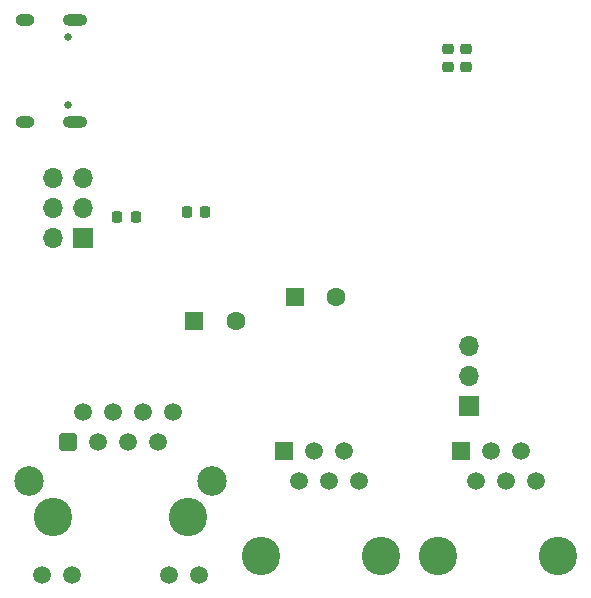
<source format=gbs>
G04 #@! TF.GenerationSoftware,KiCad,Pcbnew,6.0.6+dfsg-1~bpo11+1*
G04 #@! TF.CreationDate,2022-07-19T19:35:54+02:00*
G04 #@! TF.ProjectId,EnergyMeter,456e6572-6779-44d6-9574-65722e6b6963,rev?*
G04 #@! TF.SameCoordinates,Original*
G04 #@! TF.FileFunction,Soldermask,Bot*
G04 #@! TF.FilePolarity,Negative*
%FSLAX46Y46*%
G04 Gerber Fmt 4.6, Leading zero omitted, Abs format (unit mm)*
G04 Created by KiCad (PCBNEW 6.0.6+dfsg-1~bpo11+1) date 2022-07-19 19:35:54*
%MOMM*%
%LPD*%
G01*
G04 APERTURE LIST*
G04 Aperture macros list*
%AMRoundRect*
0 Rectangle with rounded corners*
0 $1 Rounding radius*
0 $2 $3 $4 $5 $6 $7 $8 $9 X,Y pos of 4 corners*
0 Add a 4 corners polygon primitive as box body*
4,1,4,$2,$3,$4,$5,$6,$7,$8,$9,$2,$3,0*
0 Add four circle primitives for the rounded corners*
1,1,$1+$1,$2,$3*
1,1,$1+$1,$4,$5*
1,1,$1+$1,$6,$7*
1,1,$1+$1,$8,$9*
0 Add four rect primitives between the rounded corners*
20,1,$1+$1,$2,$3,$4,$5,0*
20,1,$1+$1,$4,$5,$6,$7,0*
20,1,$1+$1,$6,$7,$8,$9,0*
20,1,$1+$1,$8,$9,$2,$3,0*%
G04 Aperture macros list end*
%ADD10R,1.600000X1.600000*%
%ADD11C,1.600000*%
%ADD12C,3.250000*%
%ADD13R,1.520000X1.520000*%
%ADD14C,1.520000*%
%ADD15C,0.650000*%
%ADD16O,2.100000X1.000000*%
%ADD17O,1.600000X1.000000*%
%ADD18RoundRect,0.250500X-0.499500X-0.499500X0.499500X-0.499500X0.499500X0.499500X-0.499500X0.499500X0*%
%ADD19C,1.500000*%
%ADD20C,2.500000*%
%ADD21R,1.700000X1.700000*%
%ADD22O,1.700000X1.700000*%
%ADD23RoundRect,0.225000X-0.250000X0.225000X-0.250000X-0.225000X0.250000X-0.225000X0.250000X0.225000X0*%
%ADD24RoundRect,0.225000X0.225000X0.250000X-0.225000X0.250000X-0.225000X-0.250000X0.225000X-0.250000X0*%
G04 APERTURE END LIST*
D10*
G04 #@! TO.C,C1*
X44272349Y-50225000D03*
D11*
X47772349Y-50225000D03*
G04 #@! TD*
D12*
G04 #@! TO.C,J4*
X75080000Y-70120000D03*
X64920000Y-70120000D03*
D13*
X66830000Y-61230000D03*
D14*
X68100000Y-63770000D03*
X69370000Y-61230000D03*
X70640000Y-63770000D03*
X71910000Y-61230000D03*
X73180000Y-63770000D03*
G04 #@! TD*
D15*
G04 #@! TO.C,J5*
X33600000Y-26110000D03*
X33600000Y-31890000D03*
D16*
X34130000Y-33320000D03*
D17*
X29950000Y-33320000D03*
D16*
X34130000Y-24680000D03*
D17*
X29950000Y-24680000D03*
G04 #@! TD*
D12*
G04 #@! TO.C,J6*
X43715000Y-66787500D03*
X32285000Y-66787500D03*
D18*
X33560000Y-60427500D03*
D19*
X34820000Y-57887500D03*
X36100000Y-60427500D03*
X37360000Y-57887500D03*
X38640000Y-60427500D03*
X39900000Y-57887500D03*
X41180000Y-60427500D03*
X42440000Y-57887500D03*
X31375000Y-71687500D03*
X33915000Y-71687500D03*
X42085000Y-71687500D03*
X44625000Y-71687500D03*
D20*
X30255000Y-63737500D03*
X45745000Y-63737500D03*
G04 #@! TD*
D21*
G04 #@! TO.C,J1*
X34840000Y-43180000D03*
D22*
X32300000Y-43180000D03*
X34840000Y-40640000D03*
X32300000Y-40640000D03*
X34840000Y-38100000D03*
X32300000Y-38100000D03*
G04 #@! TD*
D12*
G04 #@! TO.C,J2*
X60080000Y-70120000D03*
X49920000Y-70120000D03*
D13*
X51830000Y-61230000D03*
D14*
X53100000Y-63770000D03*
X54370000Y-61230000D03*
X55640000Y-63770000D03*
X56910000Y-61230000D03*
X58180000Y-63770000D03*
G04 #@! TD*
D21*
G04 #@! TO.C,J3*
X67500000Y-57350000D03*
D22*
X67500000Y-54810000D03*
X67500000Y-52270000D03*
G04 #@! TD*
D10*
G04 #@! TO.C,C3*
X52747349Y-48150000D03*
D11*
X56247349Y-48150000D03*
G04 #@! TD*
D23*
G04 #@! TO.C,C8*
X67300000Y-27125000D03*
X67300000Y-28675000D03*
G04 #@! TD*
G04 #@! TO.C,C7*
X65775000Y-27125000D03*
X65775000Y-28675000D03*
G04 #@! TD*
D24*
G04 #@! TO.C,C20*
X45175000Y-41000000D03*
X43625000Y-41000000D03*
G04 #@! TD*
G04 #@! TO.C,C19*
X39300000Y-41425000D03*
X37750000Y-41425000D03*
G04 #@! TD*
M02*

</source>
